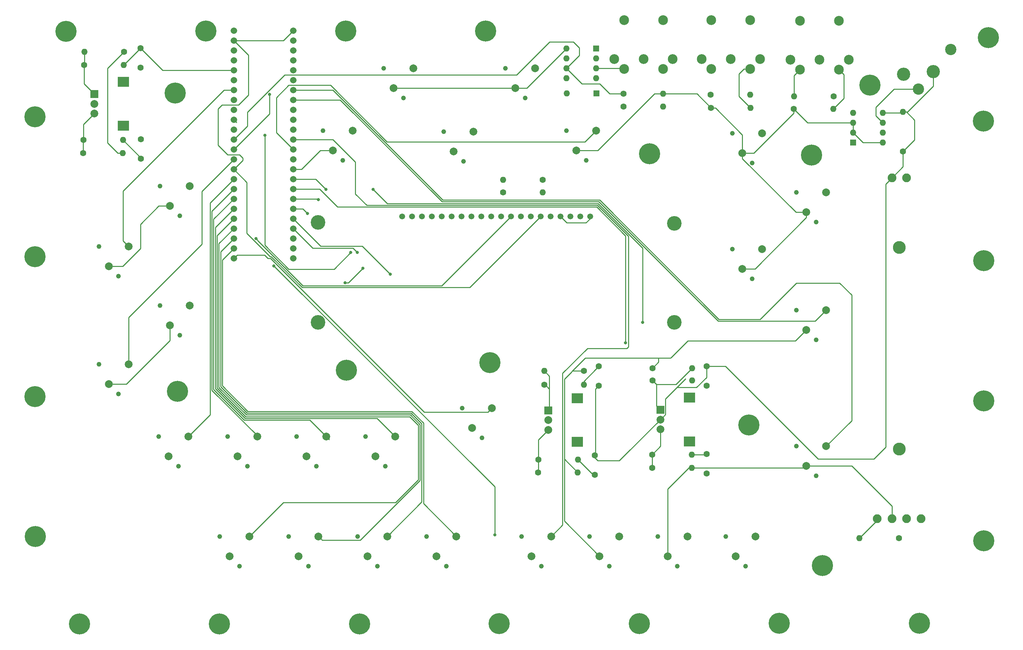
<source format=gtl>
%TF.GenerationSoftware,KiCad,Pcbnew,(5.1.9)-1*%
%TF.CreationDate,2021-06-28T23:03:33+02:00*%
%TF.ProjectId,PiccoloBlack2021_june9_v7avecMasse,50696363-6f6c-46f4-926c-61636b323032,rev?*%
%TF.SameCoordinates,Original*%
%TF.FileFunction,Copper,L1,Top*%
%TF.FilePolarity,Positive*%
%FSLAX46Y46*%
G04 Gerber Fmt 4.6, Leading zero omitted, Abs format (unit mm)*
G04 Created by KiCad (PCBNEW (5.1.9)-1) date 2021-06-28 23:03:33*
%MOMM*%
%LPD*%
G01*
G04 APERTURE LIST*
%TA.AperFunction,ComponentPad*%
%ADD10C,5.400000*%
%TD*%
%TA.AperFunction,ComponentPad*%
%ADD11C,3.400000*%
%TD*%
%TA.AperFunction,ComponentPad*%
%ADD12C,2.900000*%
%TD*%
%TA.AperFunction,ComponentPad*%
%ADD13C,3.750000*%
%TD*%
%TA.AperFunction,ComponentPad*%
%ADD14C,1.500000*%
%TD*%
%TA.AperFunction,ComponentPad*%
%ADD15C,1.219200*%
%TD*%
%TA.AperFunction,ComponentPad*%
%ADD16C,1.998980*%
%TD*%
%TA.AperFunction,WasherPad*%
%ADD17C,2.499360*%
%TD*%
%TA.AperFunction,ComponentPad*%
%ADD18C,2.499360*%
%TD*%
%TA.AperFunction,ComponentPad*%
%ADD19O,1.600000X1.600000*%
%TD*%
%TA.AperFunction,ComponentPad*%
%ADD20R,1.600000X1.600000*%
%TD*%
%TA.AperFunction,ComponentPad*%
%ADD21R,2.000000X2.000000*%
%TD*%
%TA.AperFunction,ComponentPad*%
%ADD22C,2.000000*%
%TD*%
%TA.AperFunction,ComponentPad*%
%ADD23R,3.000000X2.500000*%
%TD*%
%TA.AperFunction,ComponentPad*%
%ADD24C,2.250000*%
%TD*%
%TA.AperFunction,ComponentPad*%
%ADD25C,3.300000*%
%TD*%
%TA.AperFunction,ComponentPad*%
%ADD26C,1.600000*%
%TD*%
%TA.AperFunction,ComponentPad*%
%ADD27C,1.665000*%
%TD*%
%TA.AperFunction,ViaPad*%
%ADD28C,0.800000*%
%TD*%
%TA.AperFunction,Conductor*%
%ADD29C,0.250000*%
%TD*%
G04 APERTURE END LIST*
D10*
%TO.P,REF\u002A\u002A,1*%
%TO.N,N/C*%
X263042400Y-57912000D03*
%TD*%
D11*
%TO.P,DMX_connector1,1*%
%TO.N,GND*%
X279349200Y-54457600D03*
%TO.P,DMX_connector1,2*%
%TO.N,Net-(DMX_connector1-Pad2)*%
X271729200Y-55092600D03*
D12*
%TO.P,DMX_connector1,3*%
%TO.N,Net-(DMX_connector1-Pad3)*%
X275539200Y-58907600D03*
%TO.P,DMX_connector1,G*%
%TO.N,N/C*%
X283789200Y-48737600D03*
%TD*%
D10*
%TO.P,REF\u002A\u002A,1*%
%TO.N,N/C*%
X292303200Y-174802800D03*
%TD*%
%TO.P,REF\u002A\u002A,1*%
%TO.N,N/C*%
X292252400Y-138938000D03*
%TD*%
%TO.P,REF\u002A\u002A,1*%
%TO.N,N/C*%
X292201600Y-67106800D03*
%TD*%
%TO.P,REF\u002A\u002A,1*%
%TO.N,N/C*%
X292252400Y-102971600D03*
%TD*%
%TO.P,REF\u002A\u002A,1*%
%TO.N,N/C*%
X48869600Y-173736000D03*
%TD*%
%TO.P,REF\u002A\u002A,1*%
%TO.N,N/C*%
X48818800Y-137871200D03*
%TD*%
%TO.P,REF\u002A\u002A,1*%
%TO.N,N/C*%
X48768000Y-66040000D03*
%TD*%
%TO.P,REF\u002A\u002A,1*%
%TO.N,N/C*%
X48818800Y-101904800D03*
%TD*%
%TO.P,REF\u002A\u002A,1*%
%TO.N,N/C*%
X56743600Y-44094400D03*
%TD*%
%TO.P,REF\u002A\u002A,1*%
%TO.N,N/C*%
X92608400Y-44043600D03*
%TD*%
%TO.P,REF\u002A\u002A,1*%
%TO.N,N/C*%
X248107200Y-75844400D03*
%TD*%
%TO.P,REF\u002A\u002A,1*%
%TO.N,N/C*%
X164439600Y-43992800D03*
%TD*%
%TO.P,REF\u002A\u002A,1*%
%TO.N,N/C*%
X206502000Y-75539600D03*
%TD*%
%TO.P,REF\u002A\u002A,1*%
%TO.N,N/C*%
X128574800Y-44043600D03*
%TD*%
%TO.P,REF\u002A\u002A,1*%
%TO.N,N/C*%
X239776000Y-196037200D03*
%TD*%
%TO.P,REF\u002A\u002A,1*%
%TO.N,N/C*%
X275742400Y-196037200D03*
%TD*%
%TO.P,REF\u002A\u002A,1*%
%TO.N,N/C*%
X167944800Y-196088000D03*
%TD*%
%TO.P,REF\u002A\u002A,1*%
%TO.N,N/C*%
X203911200Y-196088000D03*
%TD*%
%TO.P,REF\u002A\u002A,1*%
%TO.N,N/C*%
X132080000Y-196138800D03*
%TD*%
%TO.P,REF\u002A\u002A,1*%
%TO.N,N/C*%
X293471600Y-45720000D03*
%TD*%
%TO.P,REF\u002A\u002A,1*%
%TO.N,N/C*%
X250850400Y-181152800D03*
%TD*%
%TO.P,REF\u002A\u002A,1*%
%TO.N,N/C*%
X96113600Y-196138800D03*
%TD*%
%TO.P,REF\u002A\u002A,1*%
%TO.N,N/C*%
X128676400Y-131064000D03*
%TD*%
%TO.P,REF\u002A\u002A,1*%
%TO.N,N/C*%
X60248800Y-196189600D03*
%TD*%
%TO.P,REF\u002A\u002A,1*%
%TO.N,N/C*%
X165557200Y-129133600D03*
%TD*%
%TO.P,REF\u002A\u002A,1*%
%TO.N,N/C*%
X232003600Y-145084800D03*
%TD*%
%TO.P,REF\u002A\u002A,1*%
%TO.N,N/C*%
X84734400Y-59944000D03*
%TD*%
%TO.P,REF\u002A\u002A,1*%
%TO.N,N/C*%
X85394800Y-136448800D03*
%TD*%
D13*
%TO.P,ECRAN_OLED4x20,MH4*%
%TO.N,Net-(ECRAN_OLED4x20-PadMH4)*%
X212832000Y-93414000D03*
%TO.P,ECRAN_OLED4x20,MH3*%
%TO.N,Net-(ECRAN_OLED4x20-PadMH3)*%
X212832000Y-118774000D03*
%TO.P,ECRAN_OLED4x20,MH2*%
%TO.N,Net-(ECRAN_OLED4x20-PadMH2)*%
X121432000Y-118774000D03*
%TO.P,ECRAN_OLED4x20,MH1*%
%TO.N,Net-(ECRAN_OLED4x20-PadMH1)*%
X121432000Y-93114000D03*
D14*
%TO.P,ECRAN_OLED4x20,20*%
%TO.N,Net-(ECRAN_OLED4x20-Pad1)*%
X143002000Y-91614000D03*
%TO.P,ECRAN_OLED4x20,19*%
X145542000Y-91614000D03*
%TO.P,ECRAN_OLED4x20,18*%
%TO.N,Net-(ALT1-Pad2)*%
X148082000Y-91614000D03*
%TO.P,ECRAN_OLED4x20,17*%
%TO.N,Net-(ECRAN_OLED4x20-Pad1)*%
X150622000Y-91614000D03*
%TO.P,ECRAN_OLED4x20,16*%
%TO.N,Net-(ALT1-Pad2)*%
X153162000Y-91614000D03*
%TO.P,ECRAN_OLED4x20,15*%
%TO.N,Net-(ECRAN_OLED4x20-Pad1)*%
X155702000Y-91614000D03*
%TO.P,ECRAN_OLED4x20,14*%
X158242000Y-91614000D03*
%TO.P,ECRAN_OLED4x20,13*%
X160782000Y-91614000D03*
%TO.P,ECRAN_OLED4x20,12*%
X163322000Y-91614000D03*
%TO.P,ECRAN_OLED4x20,11*%
X165862000Y-91614000D03*
%TO.P,ECRAN_OLED4x20,10*%
X168402000Y-91614000D03*
%TO.P,ECRAN_OLED4x20,9*%
%TO.N,Net-(ECRAN_OLED4x20-Pad8)*%
X170942000Y-91614000D03*
%TO.P,ECRAN_OLED4x20,8*%
X173482000Y-91614000D03*
%TO.P,ECRAN_OLED4x20,7*%
%TO.N,Net-(ECRAN_OLED4x20-Pad7)*%
X176022000Y-91614000D03*
%TO.P,ECRAN_OLED4x20,6*%
%TO.N,Net-(ECRAN_OLED4x20-Pad1)*%
X178562000Y-91614000D03*
%TO.P,ECRAN_OLED4x20,5*%
X181102000Y-91614000D03*
%TO.P,ECRAN_OLED4x20,4*%
X183642000Y-91614000D03*
%TO.P,ECRAN_OLED4x20,3*%
%TO.N,Net-(ALT1-Pad2)*%
X186182000Y-91614000D03*
%TO.P,ECRAN_OLED4x20,2*%
X188722000Y-91614000D03*
%TO.P,ECRAN_OLED4x20,1*%
%TO.N,Net-(ECRAN_OLED4x20-Pad1)*%
X191262000Y-91614000D03*
%TD*%
D15*
%TO.P,DEL1,*%
%TO.N,*%
X244233700Y-85394800D03*
X249293380Y-93014800D03*
D16*
%TO.P,DEL1,2*%
%TO.N,Net-(ALT1-Pad2)*%
X246773700Y-90474800D03*
%TO.P,DEL1,1*%
%TO.N,Net-(DEL1-Pad1)*%
X251853700Y-85394800D03*
%TD*%
D15*
%TO.P,UNDO1,*%
%TO.N,*%
X244233700Y-115633500D03*
X249293380Y-123253500D03*
D16*
%TO.P,UNDO1,2*%
%TO.N,Net-(ALT1-Pad2)*%
X246773700Y-120713500D03*
%TO.P,UNDO1,1*%
%TO.N,Net-(TEENSY1-Pad6)*%
X251853700Y-115633500D03*
%TD*%
D15*
%TO.P,TAP1,*%
%TO.N,*%
X227812600Y-99987100D03*
X232872280Y-107607100D03*
D16*
%TO.P,TAP1,2*%
%TO.N,Net-(ALT1-Pad2)*%
X230352600Y-105067100D03*
%TO.P,TAP1,1*%
%TO.N,Net-(TAP1-Pad1)*%
X235432600Y-99987100D03*
%TD*%
D15*
%TO.P,SHIFT1,*%
%TO.N,*%
X80860900Y-83845400D03*
X85920580Y-91465400D03*
D16*
%TO.P,SHIFT1,2*%
%TO.N,Net-(ALT1-Pad2)*%
X83400900Y-88925400D03*
%TO.P,SHIFT1,1*%
%TO.N,Net-(SHIFT1-Pad1)*%
X88480900Y-83845400D03*
%TD*%
D15*
%TO.P,SAVE1,*%
%TO.N,*%
X169545000Y-53594000D03*
X174604680Y-61214000D03*
D16*
%TO.P,SAVE1,2*%
%TO.N,Net-(ALT1-Pad2)*%
X172085000Y-58674000D03*
%TO.P,SAVE1,1*%
%TO.N,Net-(SAVE1-Pad1)*%
X177165000Y-53594000D03*
%TD*%
D15*
%TO.P,PAD8,*%
%TO.N,*%
X226064645Y-173697900D03*
X231124325Y-181317900D03*
D16*
%TO.P,PAD8,2*%
%TO.N,Net-(ALT1-Pad2)*%
X228604645Y-178777900D03*
%TO.P,PAD8,1*%
%TO.N,Net-(PAD8-Pad1)*%
X233684645Y-173697900D03*
%TD*%
D15*
%TO.P,PAD7,*%
%TO.N,*%
X208604830Y-173697900D03*
X213664510Y-181317900D03*
D16*
%TO.P,PAD7,2*%
%TO.N,Net-(ALT1-Pad2)*%
X211144830Y-178777900D03*
%TO.P,PAD7,1*%
%TO.N,Net-(PAD7-Pad1)*%
X216224830Y-173697900D03*
%TD*%
D15*
%TO.P,PAD6,*%
%TO.N,*%
X191145015Y-173697900D03*
X196204695Y-181317900D03*
D16*
%TO.P,PAD6,2*%
%TO.N,Net-(ALT1-Pad2)*%
X193685015Y-178777900D03*
%TO.P,PAD6,1*%
%TO.N,Net-(PAD6-Pad1)*%
X198765015Y-173697900D03*
%TD*%
D15*
%TO.P,PAD5,*%
%TO.N,*%
X173685200Y-173697900D03*
X178744880Y-181317900D03*
D16*
%TO.P,PAD5,2*%
%TO.N,Net-(ALT1-Pad2)*%
X176225200Y-178777900D03*
%TO.P,PAD5,1*%
%TO.N,Net-(PAD5-Pad1)*%
X181305200Y-173697900D03*
%TD*%
D15*
%TO.P,PAD4,*%
%TO.N,*%
X149301200Y-173697900D03*
X154360880Y-181317900D03*
D16*
%TO.P,PAD4,2*%
%TO.N,Net-(ALT1-Pad2)*%
X151841200Y-178777900D03*
%TO.P,PAD4,1*%
%TO.N,Net-(PAD4-Pad1)*%
X156921200Y-173697900D03*
%TD*%
D15*
%TO.P,PAD3,*%
%TO.N,*%
X131605866Y-173697900D03*
X136665546Y-181317900D03*
D16*
%TO.P,PAD3,2*%
%TO.N,Net-(ALT1-Pad2)*%
X134145866Y-178777900D03*
%TO.P,PAD3,1*%
%TO.N,Net-(PAD3-Pad1)*%
X139225866Y-173697900D03*
%TD*%
D15*
%TO.P,PAD2,*%
%TO.N,*%
X113910533Y-173697900D03*
X118970213Y-181317900D03*
D16*
%TO.P,PAD2,2*%
%TO.N,Net-(ALT1-Pad2)*%
X116450533Y-178777900D03*
%TO.P,PAD2,1*%
%TO.N,Net-(PAD2-Pad1)*%
X121530533Y-173697900D03*
%TD*%
D15*
%TO.P,PAD1,*%
%TO.N,*%
X96215200Y-173697900D03*
X101274880Y-181317900D03*
D16*
%TO.P,PAD1,2*%
%TO.N,Net-(ALT1-Pad2)*%
X98755200Y-178777900D03*
%TO.P,PAD1,1*%
%TO.N,Net-(PAD1-Pad1)*%
X103835200Y-173697900D03*
%TD*%
D15*
%TO.P,OK1,*%
%TO.N,*%
X244233700Y-150533100D03*
X249293380Y-158153100D03*
D16*
%TO.P,OK1,2*%
%TO.N,Net-(ALT1-Pad2)*%
X246773700Y-155613100D03*
%TO.P,OK1,1*%
%TO.N,Net-(OK1-Pad1)*%
X251853700Y-150533100D03*
%TD*%
D15*
%TO.P,MUTE1,*%
%TO.N,*%
X65176400Y-129540000D03*
X70236080Y-137160000D03*
D16*
%TO.P,MUTE1,2*%
%TO.N,Net-(ALT1-Pad2)*%
X67716400Y-134620000D03*
%TO.P,MUTE1,1*%
%TO.N,Net-(MUTE1-Pad1)*%
X72796400Y-129540000D03*
%TD*%
D17*
%TO.P,MIDI_OUT2,*%
%TO.N,*%
X245137940Y-41414700D03*
X255140460Y-41414700D03*
D18*
%TO.P,MIDI_OUT2,5*%
%TO.N,Net-(MIDI_OUT2-Pad5)*%
X245143020Y-53911500D03*
%TO.P,MIDI_OUT2,1*%
%TO.N,Net-(MIDI_OUT2-Pad1)*%
X257637280Y-51409600D03*
%TO.P,MIDI_OUT2,2*%
%TO.N,GND*%
X250139200Y-51412140D03*
%TO.P,MIDI_OUT2,4*%
%TO.N,Net-(MIDI_OUT2-Pad4)*%
X255135380Y-53911500D03*
%TO.P,MIDI_OUT2,3*%
%TO.N,Net-(MIDI_OUT2-Pad3)*%
X242641120Y-51409600D03*
%TD*%
D17*
%TO.P,MIDI_OUT1,*%
%TO.N,*%
X222379540Y-41262300D03*
X232382060Y-41262300D03*
D18*
%TO.P,MIDI_OUT1,5*%
%TO.N,Net-(MIDI_OUT1-Pad5)*%
X222384620Y-53759100D03*
%TO.P,MIDI_OUT1,1*%
%TO.N,Net-(MIDI_OUT1-Pad1)*%
X234878880Y-51257200D03*
%TO.P,MIDI_OUT1,2*%
%TO.N,GND*%
X227380800Y-51259740D03*
%TO.P,MIDI_OUT1,4*%
%TO.N,Net-(MIDI_OUT1-Pad4)*%
X232376980Y-53759100D03*
%TO.P,MIDI_OUT1,3*%
%TO.N,Net-(MIDI_OUT1-Pad3)*%
X219882720Y-51257200D03*
%TD*%
D17*
%TO.P,MIDI_IN1,*%
%TO.N,*%
X199976740Y-41262300D03*
X209979260Y-41262300D03*
D18*
%TO.P,MIDI_IN1,5*%
%TO.N,Net-(D1-Pad2)*%
X199981820Y-53759100D03*
%TO.P,MIDI_IN1,1*%
%TO.N,Net-(MIDI_IN1-Pad1)*%
X212476080Y-51257200D03*
%TO.P,MIDI_IN1,2*%
%TO.N,Net-(MIDI_IN1-Pad2)*%
X204978000Y-51259740D03*
%TO.P,MIDI_IN1,4*%
%TO.N,Net-(MIDI_IN1-Pad4)*%
X209974180Y-53759100D03*
%TO.P,MIDI_IN1,3*%
%TO.N,Net-(MIDI_IN1-Pad3)*%
X197479920Y-51257200D03*
%TD*%
D15*
%TO.P,MEMORY1,*%
%TO.N,*%
X122682000Y-69596000D03*
X127741680Y-77216000D03*
D16*
%TO.P,MEMORY1,2*%
%TO.N,Net-(ALT1-Pad2)*%
X125222000Y-74676000D03*
%TO.P,MEMORY1,1*%
%TO.N,Net-(MEMORY1-Pad1)*%
X130302000Y-69596000D03*
%TD*%
D15*
%TO.P,LAYER4,*%
%TO.N,*%
X133604000Y-148082000D03*
X138663680Y-155702000D03*
D16*
%TO.P,LAYER4,2*%
%TO.N,Net-(ALT1-Pad2)*%
X136144000Y-153162000D03*
%TO.P,LAYER4,1*%
%TO.N,Net-(LAYER4-Pad1)*%
X141224000Y-148082000D03*
%TD*%
D15*
%TO.P,LAYER3,*%
%TO.N,*%
X115908666Y-148082000D03*
X120968346Y-155702000D03*
D16*
%TO.P,LAYER3,2*%
%TO.N,Net-(ALT1-Pad2)*%
X118448666Y-153162000D03*
%TO.P,LAYER3,1*%
%TO.N,Net-(LAYER3-Pad1)*%
X123528666Y-148082000D03*
%TD*%
D15*
%TO.P,LAYER2,*%
%TO.N,*%
X98213333Y-148082000D03*
X103273013Y-155702000D03*
D16*
%TO.P,LAYER2,2*%
%TO.N,Net-(ALT1-Pad2)*%
X100753333Y-153162000D03*
%TO.P,LAYER2,1*%
%TO.N,Net-(LAYER2-Pad1)*%
X105833333Y-148082000D03*
%TD*%
D15*
%TO.P,LAYER1,*%
%TO.N,*%
X80518000Y-148082000D03*
X85577680Y-155702000D03*
D16*
%TO.P,LAYER1,2*%
%TO.N,Net-(ALT1-Pad2)*%
X83058000Y-153162000D03*
%TO.P,LAYER1,1*%
%TO.N,Net-(LAYER1-Pad1)*%
X88138000Y-148082000D03*
%TD*%
D15*
%TO.P,KARAKT1,*%
%TO.N,*%
X138303000Y-53594000D03*
X143362680Y-61214000D03*
D16*
%TO.P,KARAKT1,2*%
%TO.N,Net-(ALT1-Pad2)*%
X140843000Y-58674000D03*
%TO.P,KARAKT1,1*%
%TO.N,Net-(KARAKT1-Pad1)*%
X145923000Y-53594000D03*
%TD*%
D15*
%TO.P,JUMP1,*%
%TO.N,*%
X158445200Y-140779500D03*
X163504880Y-148399500D03*
D16*
%TO.P,JUMP1,2*%
%TO.N,Net-(ALT1-Pad2)*%
X160985200Y-145859500D03*
%TO.P,JUMP1,1*%
%TO.N,Net-(JUMP1-Pad1)*%
X166065200Y-140779500D03*
%TD*%
D19*
%TO.P,J1,8*%
%TO.N,Net-(ALT1-Pad2)*%
X185166000Y-48514000D03*
%TO.P,J1,4*%
%TO.N,Net-(J1-Pad4)*%
X192786000Y-56134000D03*
%TO.P,J1,7*%
%TO.N,Net-(J1-Pad7)*%
X185166000Y-51054000D03*
%TO.P,J1,3*%
%TO.N,Net-(D1-Pad2)*%
X192786000Y-53594000D03*
%TO.P,J1,6*%
%TO.N,Net-(J1-Pad6)*%
X185166000Y-53594000D03*
%TO.P,J1,2*%
%TO.N,Net-(D1-Pad1)*%
X192786000Y-51054000D03*
%TO.P,J1,5*%
%TO.N,GND*%
X185166000Y-56134000D03*
D20*
%TO.P,J1,1*%
%TO.N,Net-(J1-Pad1)*%
X192786000Y-48514000D03*
%TD*%
D19*
%TO.P,D1,2*%
%TO.N,Net-(D1-Pad2)*%
X185267600Y-60045600D03*
D20*
%TO.P,D1,1*%
%TO.N,Net-(D1-Pad1)*%
X192887600Y-60045600D03*
%TD*%
D15*
%TO.P,CTRL1,*%
%TO.N,*%
X80860900Y-114477800D03*
X85920580Y-122097800D03*
D16*
%TO.P,CTRL1,2*%
%TO.N,Net-(ALT1-Pad2)*%
X83400900Y-119557800D03*
%TO.P,CTRL1,1*%
%TO.N,Net-(CTRL1-Pad1)*%
X88480900Y-114477800D03*
%TD*%
D15*
%TO.P,ALT1,*%
%TO.N,*%
X65176400Y-99314000D03*
X70236080Y-106934000D03*
D16*
%TO.P,ALT1,2*%
%TO.N,Net-(ALT1-Pad2)*%
X67716400Y-104394000D03*
%TO.P,ALT1,1*%
%TO.N,Net-(ALT1-Pad1)*%
X72796400Y-99314000D03*
%TD*%
D21*
%TO.P,ROT_LEFT1,A*%
%TO.N,Net-(RLeft1-Pad1)*%
X180517800Y-141363700D03*
D22*
%TO.P,ROT_LEFT1,C*%
%TO.N,GND*%
X180517800Y-143863700D03*
%TO.P,ROT_LEFT1,B*%
%TO.N,Net-(RLeft2-Pad1)*%
X180517800Y-146363700D03*
D23*
%TO.P,ROT_LEFT1,MP*%
%TO.N,N/C*%
X188017800Y-138263700D03*
X188017800Y-149463700D03*
%TD*%
%TO.P,ROT_RIGHT1,MP*%
%TO.N,N/C*%
X216796000Y-149324000D03*
X216796000Y-138124000D03*
D22*
%TO.P,ROT_RIGHT1,B*%
%TO.N,Net-(ROT_RIGHT1-PadB)*%
X209296000Y-146224000D03*
%TO.P,ROT_RIGHT1,C*%
%TO.N,GND*%
X209296000Y-143724000D03*
D21*
%TO.P,ROT_RIGHT1,A*%
%TO.N,Net-(ROT_RIGHT1-PadA)*%
X209296000Y-141224000D03*
%TD*%
D23*
%TO.P,ROT_TOP1,MP*%
%TO.N,N/C*%
X71508000Y-68298000D03*
X71508000Y-57098000D03*
D22*
%TO.P,ROT_TOP1,B*%
%TO.N,Net-(ROT_TOP1-PadB)*%
X64008000Y-65198000D03*
%TO.P,ROT_TOP1,C*%
%TO.N,GND*%
X64008000Y-62698000D03*
D21*
%TO.P,ROT_TOP1,A*%
%TO.N,Net-(ROT_TOP1-PadA)*%
X64008000Y-60198000D03*
%TD*%
D24*
%TO.P,Slide_Potentiometer1,1*%
%TO.N,Net-(ALT1-Pad2)*%
X268732000Y-169164000D03*
%TO.P,Slide_Potentiometer1,2*%
%TO.N,Net-(Slide_Potentiometer1-Pad2)*%
X272482000Y-169164000D03*
%TO.P,Slide_Potentiometer1,3*%
%TO.N,Net-(RSlide1-Pad2)*%
X264982000Y-169164000D03*
%TO.P,Slide_Potentiometer1,4*%
%TO.N,Net-(Slide_Potentiometer1-Pad4)*%
X276232000Y-169164000D03*
%TO.P,Slide_Potentiometer1,5*%
%TO.N,GND*%
X268732000Y-81664000D03*
%TO.P,Slide_Potentiometer1,6*%
%TO.N,Net-(Slide_Potentiometer1-Pad6)*%
X272482000Y-81664000D03*
D25*
%TO.P,Slide_Potentiometer1,MH1*%
%TO.N,Net-(Slide_Potentiometer1-PadMH1)*%
X270607000Y-99564000D03*
%TO.P,Slide_Potentiometer1,MH2*%
%TO.N,Net-(Slide_Potentiometer1-PadMH2)*%
X270607000Y-151264000D03*
%TD*%
D20*
%TO.P,U1,1*%
%TO.N,Net-(TEENSY1-Pad28)*%
X258724400Y-72644000D03*
D19*
%TO.P,U1,5*%
%TO.N,GND*%
X266344400Y-65024000D03*
%TO.P,U1,2*%
%TO.N,Net-(ALT1-Pad2)*%
X258724400Y-70104000D03*
%TO.P,U1,6*%
%TO.N,Net-(DMX_connector1-Pad3)*%
X266344400Y-67564000D03*
%TO.P,U1,3*%
%TO.N,Net-(ALT1-Pad2)*%
X258724400Y-67564000D03*
%TO.P,U1,7*%
%TO.N,Net-(DMX_connector1-Pad2)*%
X266344400Y-70104000D03*
%TO.P,U1,4*%
%TO.N,Net-(TEENSY1-Pad29)*%
X258724400Y-65024000D03*
%TO.P,U1,8*%
%TO.N,Net-(ALT1-Pad2)*%
X266344400Y-72644000D03*
%TD*%
D16*
%TO.P,DUP1,1*%
%TO.N,Net-(DUP1-Pad1)*%
X235432600Y-70269100D03*
%TO.P,DUP1,2*%
%TO.N,Net-(ALT1-Pad2)*%
X230352600Y-75349100D03*
D15*
%TO.P,DUP1,*%
%TO.N,*%
X232872280Y-77889100D03*
X227812600Y-70269100D03*
%TD*%
%TO.P,DUP2,*%
%TO.N,*%
X185166000Y-69596000D03*
X190225680Y-77216000D03*
D16*
%TO.P,DUP2,2*%
%TO.N,Net-(ALT1-Pad2)*%
X187706000Y-74676000D03*
%TO.P,DUP2,1*%
%TO.N,Net-(DUP2-Pad1)*%
X192786000Y-69596000D03*
%TD*%
%TO.P,LOAD1,1*%
%TO.N,Net-(LOAD1-Pad1)*%
X161340800Y-69850000D03*
%TO.P,LOAD1,2*%
%TO.N,Net-(ALT1-Pad2)*%
X156260800Y-74930000D03*
D15*
%TO.P,LOAD1,*%
%TO.N,*%
X158780480Y-77470000D03*
X153720800Y-69850000D03*
%TD*%
D19*
%TO.P,RLeft1,2*%
%TO.N,Net-(CLeft1-Pad2)*%
X189636400Y-134823200D03*
D26*
%TO.P,RLeft1,1*%
%TO.N,Net-(RLeft1-Pad1)*%
X179476400Y-134823200D03*
%TD*%
D19*
%TO.P,RLeft2,2*%
%TO.N,Net-(CLeft2-Pad2)*%
X188112400Y-153974800D03*
D26*
%TO.P,RLeft2,1*%
%TO.N,Net-(RLeft2-Pad1)*%
X177952400Y-153974800D03*
%TD*%
D19*
%TO.P,RLeft3,2*%
%TO.N,Net-(RLeft1-Pad1)*%
X179476400Y-131267200D03*
D26*
%TO.P,RLeft3,1*%
%TO.N,Net-(ALT1-Pad2)*%
X189636400Y-131267200D03*
%TD*%
%TO.P,RLeft4,1*%
%TO.N,Net-(RLeft2-Pad1)*%
X177901600Y-157276800D03*
D19*
%TO.P,RLeft4,2*%
%TO.N,Net-(ALT1-Pad2)*%
X188061600Y-157276800D03*
%TD*%
%TO.P,RMidiIn1,2*%
%TO.N,Net-(MIDI_IN1-Pad4)*%
X210007200Y-63398400D03*
D26*
%TO.P,RMidiIn1,1*%
%TO.N,Net-(D1-Pad1)*%
X199847200Y-63398400D03*
%TD*%
%TO.P,RMIdiIn270,1*%
%TO.N,Net-(J1-Pad6)*%
X199847200Y-60147200D03*
D19*
%TO.P,RMIdiIn270,2*%
%TO.N,Net-(ALT1-Pad2)*%
X210007200Y-60147200D03*
%TD*%
D26*
%TO.P,RMidiOut3,1*%
%TO.N,Net-(ALT1-Pad2)*%
X243484400Y-64008000D03*
D19*
%TO.P,RMidiOut3,2*%
%TO.N,Net-(MIDI_OUT2-Pad4)*%
X253644400Y-64008000D03*
%TD*%
%TO.P,RMidiOut4,2*%
%TO.N,Net-(MIDI_OUT2-Pad5)*%
X243636800Y-60756800D03*
D26*
%TO.P,RMidiOut4,1*%
%TO.N,Net-(RMidiOut4-Pad1)*%
X253796800Y-60756800D03*
%TD*%
D19*
%TO.P,ROled1,2*%
%TO.N,Net-(ECRAN_OLED4x20-Pad7)*%
X168910000Y-82194400D03*
D26*
%TO.P,ROled1,1*%
%TO.N,Net-(ALT1-Pad2)*%
X179070000Y-82194400D03*
%TD*%
%TO.P,ROled2,1*%
%TO.N,Net-(ECRAN_OLED4x20-Pad8)*%
X168910000Y-85394800D03*
D19*
%TO.P,ROled2,2*%
%TO.N,Net-(ALT1-Pad2)*%
X179070000Y-85394800D03*
%TD*%
%TO.P,RRotRight1,2*%
%TO.N,Net-(CRight1-Pad2)*%
X217474800Y-133705600D03*
D26*
%TO.P,RRotRight1,1*%
%TO.N,Net-(ROT_RIGHT1-PadA)*%
X207314800Y-133705600D03*
%TD*%
%TO.P,RRotRight2,1*%
%TO.N,Net-(ROT_RIGHT1-PadB)*%
X207162400Y-152704800D03*
D19*
%TO.P,RRotRight2,2*%
%TO.N,Net-(CRight2-Pad2)*%
X217322400Y-152704800D03*
%TD*%
%TO.P,RRotRight3,2*%
%TO.N,Net-(ROT_RIGHT1-PadA)*%
X217424000Y-130556000D03*
D26*
%TO.P,RRotRight3,1*%
%TO.N,Net-(ALT1-Pad2)*%
X207264000Y-130556000D03*
%TD*%
%TO.P,RRotRight4,1*%
%TO.N,Net-(ROT_RIGHT1-PadB)*%
X207213200Y-156146500D03*
D19*
%TO.P,RRotRight4,2*%
%TO.N,Net-(ALT1-Pad2)*%
X217373200Y-156146500D03*
%TD*%
%TO.P,RSlide1,2*%
%TO.N,Net-(RSlide1-Pad2)*%
X260350000Y-174180500D03*
D26*
%TO.P,RSlide1,1*%
%TO.N,Net-(ALT1-Pad2)*%
X270510000Y-174180500D03*
%TD*%
%TO.P,RTop1,1*%
%TO.N,Net-(ROT_TOP1-PadA)*%
X61417200Y-52717700D03*
D19*
%TO.P,RTop1,2*%
%TO.N,Net-(CTop1-Pad2)*%
X71577200Y-52717700D03*
%TD*%
D26*
%TO.P,RTop2,1*%
%TO.N,Net-(ROT_TOP1-PadB)*%
X61214000Y-71983600D03*
D19*
%TO.P,RTop2,2*%
%TO.N,Net-(CTop2-Pad2)*%
X71374000Y-71983600D03*
%TD*%
D26*
%TO.P,RTop3,1*%
%TO.N,Net-(ALT1-Pad2)*%
X71628000Y-49377600D03*
D19*
%TO.P,RTop3,2*%
%TO.N,Net-(ROT_TOP1-PadA)*%
X61468000Y-49377600D03*
%TD*%
%TO.P,RTop4,2*%
%TO.N,Net-(ALT1-Pad2)*%
X71323200Y-75336400D03*
D26*
%TO.P,RTop4,1*%
%TO.N,Net-(ROT_TOP1-PadB)*%
X61163200Y-75336400D03*
%TD*%
D27*
%TO.P,TEENSY1,1*%
%TO.N,Net-(LOAD1-Pad1)*%
X115062000Y-49022000D03*
%TO.P,TEENSY1,2*%
%TO.N,Net-(KARAKT1-Pad1)*%
X115062000Y-51562000D03*
%TO.P,TEENSY1,3*%
%TO.N,Net-(MEMORY1-Pad1)*%
X115062000Y-54102000D03*
%TO.P,TEENSY1,4*%
%TO.N,Net-(TAP1-Pad1)*%
X115062000Y-56642000D03*
%TO.P,TEENSY1,5*%
%TO.N,Net-(OK1-Pad1)*%
X115062000Y-59182000D03*
%TO.P,TEENSY1,6*%
%TO.N,Net-(TEENSY1-Pad6)*%
X115062000Y-61722000D03*
%TO.P,TEENSY1,7*%
%TO.N,Net-(PAD8-Pad1)*%
X115062000Y-64262000D03*
%TO.P,TEENSY1,8*%
%TO.N,Net-(PAD7-Pad1)*%
X115062000Y-66802000D03*
%TO.P,TEENSY1,9*%
%TO.N,Net-(PAD6-Pad1)*%
X115062000Y-69342000D03*
%TO.P,TEENSY1,10*%
%TO.N,Net-(PAD5-Pad1)*%
X115062000Y-71882000D03*
%TO.P,TEENSY1,11*%
%TO.N,Net-(DUP2-Pad1)*%
X115062000Y-74422000D03*
%TO.P,TEENSY1,12*%
%TO.N,Net-(DUP1-Pad1)*%
X115062000Y-76962000D03*
%TO.P,TEENSY1,13*%
%TO.N,Net-(MUTE1-Pad1)*%
X99822000Y-76962000D03*
%TO.P,TEENSY1,14*%
%TO.N,Net-(RMidiOut2-Pad1)*%
X99822000Y-74422000D03*
%TO.P,TEENSY1,15*%
%TO.N,Net-(J1-Pad6)*%
X99822000Y-71882000D03*
%TO.P,TEENSY1,16*%
%TO.N,Net-(CTRL1-Pad1)*%
X99822000Y-69342000D03*
%TO.P,TEENSY1,17*%
%TO.N,Net-(RMidiOut4-Pad1)*%
X99822000Y-66802000D03*
%TO.P,TEENSY1,18*%
%TO.N,Net-(ECRAN_OLED4x20-Pad8)*%
X99822000Y-64262000D03*
%TO.P,TEENSY1,19*%
%TO.N,Net-(ECRAN_OLED4x20-Pad7)*%
X99822000Y-61722000D03*
%TO.P,TEENSY1,20*%
%TO.N,Net-(ALT1-Pad1)*%
X99822000Y-59182000D03*
%TO.P,TEENSY1,21*%
%TO.N,Net-(RSlide1-Pad2)*%
X99822000Y-56642000D03*
%TO.P,TEENSY1,22*%
%TO.N,Net-(CTop1-Pad2)*%
X99822000Y-54102000D03*
%TO.P,TEENSY1,23*%
%TO.N,Net-(CTop2-Pad2)*%
X99822000Y-51562000D03*
%TO.P,TEENSY1,24*%
%TO.N,Net-(CRight1-Pad2)*%
X115062000Y-82042000D03*
%TO.P,TEENSY1,25*%
%TO.N,Net-(CRight2-Pad2)*%
X115062000Y-84582000D03*
%TO.P,TEENSY1,26*%
%TO.N,Net-(CLeft1-Pad2)*%
X115062000Y-87122000D03*
%TO.P,TEENSY1,27*%
%TO.N,Net-(CLeft2-Pad2)*%
X115062000Y-89662000D03*
%TO.P,TEENSY1,28*%
%TO.N,Net-(TEENSY1-Pad28)*%
X115062000Y-92202000D03*
%TO.P,TEENSY1,29*%
%TO.N,Net-(TEENSY1-Pad29)*%
X115062000Y-94742000D03*
%TO.P,TEENSY1,30*%
%TO.N,Net-(DEL1-Pad1)*%
X115062000Y-97282000D03*
%TO.P,TEENSY1,31*%
%TO.N,Net-(TEENSY1-Pad31)*%
X115062000Y-99822000D03*
%TO.P,TEENSY1,32*%
%TO.N,Net-(SHIFT1-Pad1)*%
X115062000Y-102362000D03*
%TO.P,TEENSY1,33*%
%TO.N,Net-(JUMP1-Pad1)*%
X99822000Y-102362000D03*
%TO.P,TEENSY1,34*%
%TO.N,Net-(PAD4-Pad1)*%
X99822000Y-99822000D03*
%TO.P,TEENSY1,35*%
%TO.N,Net-(PAD3-Pad1)*%
X99822000Y-97282000D03*
%TO.P,TEENSY1,36*%
%TO.N,Net-(PAD2-Pad1)*%
X99822000Y-94742000D03*
%TO.P,TEENSY1,37*%
%TO.N,Net-(PAD1-Pad1)*%
X99822000Y-92202000D03*
%TO.P,TEENSY1,38*%
%TO.N,Net-(LAYER4-Pad1)*%
X99822000Y-89662000D03*
%TO.P,TEENSY1,39*%
%TO.N,Net-(LAYER3-Pad1)*%
X99822000Y-87122000D03*
%TO.P,TEENSY1,40*%
%TO.N,Net-(LAYER2-Pad1)*%
X99822000Y-84582000D03*
%TO.P,TEENSY1,41*%
%TO.N,Net-(LAYER1-Pad1)*%
X99822000Y-82042000D03*
%TO.P,TEENSY1,42*%
%TO.N,Net-(ALT1-Pad2)*%
X115062000Y-79502000D03*
%TO.P,TEENSY1,53*%
%TO.N,Net-(TEENSY1-Pad53)*%
X99822000Y-49022000D03*
%TO.P,TEENSY1,55*%
%TO.N,Net-(TEENSY1-Pad55)*%
X99822000Y-43942000D03*
%TO.P,TEENSY1,57*%
%TO.N,Net-(SAVE1-Pad1)*%
X115062000Y-46482000D03*
%TO.P,TEENSY1,G1*%
%TO.N,Net-(ECRAN_OLED4x20-Pad1)*%
X99822000Y-79502000D03*
%TO.P,TEENSY1,G2*%
X99822000Y-46482000D03*
%TO.P,TEENSY1,G3*%
X115062000Y-43942000D03*
%TD*%
D26*
%TO.P,CLeft1,1*%
%TO.N,GND*%
X193497200Y-135026400D03*
%TO.P,CLeft1,2*%
%TO.N,Net-(CLeft1-Pad2)*%
X193497200Y-130026400D03*
%TD*%
%TO.P,CLeft2,2*%
%TO.N,Net-(CLeft2-Pad2)*%
X192481200Y-157908000D03*
%TO.P,CLeft2,1*%
%TO.N,GND*%
X192481200Y-152908000D03*
%TD*%
%TO.P,CRight1,1*%
%TO.N,GND*%
X221183200Y-130048000D03*
%TO.P,CRight1,2*%
%TO.N,Net-(CRight1-Pad2)*%
X221183200Y-135048000D03*
%TD*%
%TO.P,CRight2,2*%
%TO.N,Net-(CRight2-Pad2)*%
X221132400Y-152581600D03*
%TO.P,CRight2,1*%
%TO.N,GND*%
X221132400Y-157581600D03*
%TD*%
%TO.P,CTop1,2*%
%TO.N,Net-(CTop1-Pad2)*%
X75895200Y-48441600D03*
%TO.P,CTop1,1*%
%TO.N,GND*%
X75895200Y-53441600D03*
%TD*%
%TO.P,CTop2,1*%
%TO.N,GND*%
X75996800Y-71780400D03*
%TO.P,CTop2,2*%
%TO.N,Net-(CTop2-Pad2)*%
X75996800Y-76780400D03*
%TD*%
%TO.P,RMax1=10,1*%
%TO.N,GND*%
X271576800Y-74930000D03*
D19*
%TO.P,RMax1=10,2*%
X271576800Y-64770000D03*
%TD*%
D26*
%TO.P,RMidiOut1=220,1*%
%TO.N,Net-(ALT1-Pad2)*%
X222300800Y-63754000D03*
D19*
%TO.P,RMidiOut1=220,2*%
%TO.N,Net-(MIDI_OUT1-Pad4)*%
X232460800Y-63754000D03*
%TD*%
D26*
%TO.P,RMidiOut2,1*%
%TO.N,Net-(RMidiOut2-Pad1)*%
X222199200Y-60350400D03*
D19*
%TO.P,RMidiOut2,2*%
%TO.N,Net-(MIDI_OUT1-Pad5)*%
X232359200Y-60350400D03*
%TD*%
D28*
%TO.N,Net-(ECRAN_OLED4x20-Pad8)*%
X105540248Y-97304152D03*
%TO.N,Net-(ECRAN_OLED4x20-Pad7)*%
X107797600Y-70777100D03*
X129832100Y-100876100D03*
%TO.N,Net-(TEENSY1-Pad28)*%
X139962159Y-106439812D03*
%TO.N,Net-(TEENSY1-Pad29)*%
X131508500Y-100799900D03*
%TO.N,Net-(CLeft1-Pad2)*%
X121524609Y-87314189D03*
%TO.N,Net-(CLeft2-Pad2)*%
X118726221Y-90865189D03*
%TO.N,Net-(CRight1-Pad2)*%
X204774800Y-118770400D03*
X135534402Y-84632800D03*
X123444000Y-84683600D03*
%TO.N,Net-(CRight2-Pad2)*%
X200355200Y-124053600D03*
%TO.N,Net-(RMidiOut2-Pad1)*%
X108966000Y-60248800D03*
%TO.N,Net-(DUP1-Pad1)*%
X132930900Y-104915810D03*
X128378682Y-108615876D03*
%TO.N,Net-(RSlide1-Pad2)*%
X110114925Y-104311875D03*
X166776400Y-173278800D03*
%TD*%
D29*
%TO.N,Net-(ALT1-Pad2)*%
X67716400Y-104394000D02*
X71297800Y-104394000D01*
X71297800Y-104394000D02*
X75869800Y-99822000D01*
X75869800Y-99822000D02*
X75869800Y-93637100D01*
X80581500Y-88925400D02*
X83400900Y-88925400D01*
X75869800Y-93637100D02*
X80581500Y-88925400D01*
X211144830Y-161549370D02*
X211144830Y-178777900D01*
X123808508Y-74676000D02*
X125222000Y-74676000D01*
X122034300Y-74676000D02*
X123808508Y-74676000D01*
X117208300Y-79502000D02*
X122034300Y-74676000D01*
X115062000Y-79502000D02*
X117208300Y-79502000D01*
X83400900Y-123456700D02*
X83400900Y-119557800D01*
X72237600Y-134620000D02*
X83400900Y-123456700D01*
X67716400Y-134620000D02*
X72237600Y-134620000D01*
X193685015Y-178777900D02*
X184650811Y-169743696D01*
X184650811Y-169743696D02*
X184650811Y-164903989D01*
X268732000Y-169164000D02*
X268732000Y-165912800D01*
X258432300Y-155613100D02*
X246773700Y-155613100D01*
X268732000Y-165912800D02*
X258432300Y-155613100D01*
X216598500Y-156095700D02*
X213271100Y-159423100D01*
X213271100Y-159423100D02*
X211144830Y-161549370D01*
X184650811Y-133357189D02*
X186537600Y-131470400D01*
X186893200Y-131267200D02*
X186817000Y-131191000D01*
X189636400Y-131267200D02*
X186893200Y-131267200D01*
X186569350Y-131438650D02*
X186817000Y-131191000D01*
X243941600Y-123545600D02*
X246773700Y-120713500D01*
X216306400Y-123545600D02*
X217220800Y-123545600D01*
X217220800Y-123545600D02*
X243941600Y-123545600D01*
X217131900Y-123545600D02*
X217220800Y-123545600D01*
X211886800Y-127965200D02*
X212039200Y-127812800D01*
X186817000Y-131191000D02*
X190042800Y-127965200D01*
X212039200Y-127812800D02*
X216306400Y-123545600D01*
X261264400Y-72644000D02*
X258724400Y-70104000D01*
X266344400Y-72644000D02*
X261264400Y-72644000D01*
X258724400Y-70104000D02*
X258724400Y-67564000D01*
X247040400Y-67564000D02*
X243484400Y-64008000D01*
X258724400Y-67564000D02*
X247040400Y-67564000D01*
X210007200Y-60147200D02*
X207772000Y-60147200D01*
X193243200Y-74676000D02*
X187706000Y-74676000D01*
X207772000Y-60147200D02*
X193243200Y-74676000D01*
X208838800Y-128981200D02*
X208838800Y-127965200D01*
X207264000Y-130556000D02*
X208838800Y-128981200D01*
X208838800Y-127965200D02*
X211886800Y-127965200D01*
X190042800Y-127965200D02*
X208838800Y-127965200D01*
X246240300Y-156146500D02*
X246773700Y-155613100D01*
X217373200Y-156146500D02*
X246240300Y-156146500D01*
X184650811Y-153866011D02*
X188061600Y-157276800D01*
X184650811Y-153829589D02*
X184650811Y-153866011D01*
X184650811Y-164903989D02*
X184650811Y-153829589D01*
X184650811Y-153829589D02*
X184650811Y-133357189D01*
X67424300Y-53581300D02*
X67424300Y-54317900D01*
X71628000Y-49377600D02*
X67424300Y-53581300D01*
X67424300Y-54317900D02*
X67424300Y-53987700D01*
X67424300Y-72047100D02*
X67424300Y-54317900D01*
X71323200Y-75336400D02*
X70053200Y-75336400D01*
X67424300Y-72707500D02*
X67424300Y-72047100D01*
X70053200Y-75336400D02*
X67424300Y-72707500D01*
X175006000Y-58674000D02*
X185166000Y-48514000D01*
X172085000Y-58674000D02*
X175006000Y-58674000D01*
X218694000Y-60147200D02*
X222300800Y-63754000D01*
X210007200Y-60147200D02*
X218694000Y-60147200D01*
X230352600Y-70674430D02*
X230352600Y-75349100D01*
X223432170Y-63754000D02*
X230352600Y-70674430D01*
X222300800Y-63754000D02*
X223432170Y-63754000D01*
X246773700Y-91888292D02*
X246773700Y-90474800D01*
X233594892Y-105067100D02*
X246773700Y-91888292D01*
X230352600Y-105067100D02*
X233594892Y-105067100D01*
X230352600Y-76752630D02*
X230352600Y-75349100D01*
X244074770Y-90474800D02*
X230352600Y-76752630D01*
X246773700Y-90474800D02*
X244074770Y-90474800D01*
X243484400Y-65139370D02*
X243484400Y-64008000D01*
X233274670Y-75349100D02*
X243484400Y-65139370D01*
X230352600Y-75349100D02*
X233274670Y-75349100D01*
X140843000Y-58674000D02*
X172085000Y-58674000D01*
%TO.N,Net-(ALT1-Pad1)*%
X72796400Y-99314000D02*
X72415400Y-98933000D01*
X97307400Y-59182000D02*
X99822000Y-59182000D01*
X71374000Y-85115400D02*
X97307400Y-59182000D01*
X71374000Y-97891600D02*
X71374000Y-85115400D01*
X72796400Y-99314000D02*
X71374000Y-97891600D01*
%TO.N,Net-(CTRL1-Pad1)*%
X88480900Y-114795300D02*
X88480900Y-114477800D01*
%TO.N,Net-(D1-Pad2)*%
X199816720Y-53594000D02*
X199981820Y-53759100D01*
X192786000Y-53594000D02*
X199816720Y-53594000D01*
%TO.N,Net-(ECRAN_OLED4x20-Pad1)*%
X183642000Y-91614000D02*
X185267600Y-93239600D01*
X185267600Y-93239600D02*
X190216800Y-93239600D01*
X191262000Y-92194400D02*
X191262000Y-91614000D01*
X190216800Y-93239600D02*
X191262000Y-92194400D01*
X112522000Y-46482000D02*
X115062000Y-43942000D01*
X99822000Y-46482000D02*
X112522000Y-46482000D01*
X102108000Y-77216000D02*
X99822000Y-79502000D01*
X102108000Y-76657200D02*
X102108000Y-77216000D01*
X101255299Y-75804499D02*
X102108000Y-76657200D01*
X98207299Y-75804499D02*
X101255299Y-75804499D01*
X95758000Y-73355200D02*
X98207299Y-75804499D01*
X95758000Y-64008000D02*
X95758000Y-73355200D01*
X96774000Y-62992000D02*
X95758000Y-64008000D01*
X103581200Y-60452000D02*
X101041200Y-62992000D01*
X101041200Y-62992000D02*
X96774000Y-62992000D01*
X103581200Y-50241200D02*
X103581200Y-60452000D01*
X99822000Y-46482000D02*
X103581200Y-50241200D01*
X103174800Y-82854800D02*
X99822000Y-79502000D01*
X117335453Y-109822988D02*
X109424454Y-101911989D01*
X160353012Y-109822988D02*
X117335453Y-109822988D01*
X109122766Y-101911989D02*
X103174800Y-95964023D01*
X103174800Y-95964023D02*
X103174800Y-82854800D01*
X109424454Y-101911989D02*
X109122766Y-101911989D01*
X178562000Y-91614000D02*
X160353012Y-109822988D01*
%TO.N,Net-(ECRAN_OLED4x20-Pad8)*%
X105940247Y-97791371D02*
X105940247Y-97704151D01*
X117521853Y-109372977D02*
X105940247Y-97791371D01*
X105940247Y-97704151D02*
X105540248Y-97304152D01*
X170942000Y-91614000D02*
X153183023Y-109372977D01*
X153183023Y-109372977D02*
X117521853Y-109372977D01*
%TO.N,Net-(ECRAN_OLED4x20-Pad7)*%
X125574244Y-105133956D02*
X129832100Y-100876100D01*
X113919243Y-105133956D02*
X125574244Y-105133956D01*
X107797600Y-70777100D02*
X107797600Y-99012313D01*
X107797600Y-99012313D02*
X113919243Y-105133956D01*
%TO.N,Net-(J1-Pad6)*%
X185458100Y-53594000D02*
X185166000Y-53594000D01*
X199847200Y-60147200D02*
X196240400Y-60147200D01*
X196240400Y-60147200D02*
X193700400Y-57607200D01*
X189179200Y-57607200D02*
X185166000Y-53594000D01*
X193700400Y-57607200D02*
X189179200Y-57607200D01*
X188468000Y-50292000D02*
X185166000Y-53594000D01*
X186944000Y-46786800D02*
X188468000Y-48310800D01*
X180898800Y-46786800D02*
X186944000Y-46786800D01*
X172426099Y-55259501D02*
X180898800Y-46786800D01*
X112888499Y-55259501D02*
X172426099Y-55259501D01*
X103327200Y-64820800D02*
X112888499Y-55259501D01*
X188468000Y-48310800D02*
X188468000Y-50292000D01*
X103327200Y-68376800D02*
X103327200Y-64820800D01*
X99822000Y-71882000D02*
X103327200Y-68376800D01*
%TO.N,GND*%
X193192400Y-154279600D02*
X198740400Y-154279600D01*
X200538400Y-152481600D02*
X209296000Y-143724000D01*
X198740400Y-154279600D02*
X200538400Y-152481600D01*
X199845300Y-153174700D02*
X200538400Y-152481600D01*
X192265300Y-153352500D02*
X193192400Y-154279600D01*
X192633600Y-152755600D02*
X192481200Y-152908000D01*
X210621001Y-142398999D02*
X209296000Y-143724000D01*
X210621001Y-138425799D02*
X210621001Y-142398999D01*
X221183200Y-130048000D02*
X221183200Y-131572000D01*
X271576800Y-78819200D02*
X268732000Y-81664000D01*
X271576800Y-74930000D02*
X271576800Y-78819200D01*
X271576800Y-74930000D02*
X274523200Y-71983600D01*
X274523200Y-71983600D02*
X274523200Y-66852800D01*
X272440400Y-64770000D02*
X271576800Y-64770000D01*
X274523200Y-66852800D02*
X272440400Y-64770000D01*
X271322800Y-65024000D02*
X271576800Y-64770000D01*
X266344400Y-65024000D02*
X271322800Y-65024000D01*
X192633600Y-135890000D02*
X193497200Y-135026400D01*
X192633600Y-136906000D02*
X192633600Y-135890000D01*
X192633600Y-136906000D02*
X192633600Y-152755600D01*
X213537800Y-135509000D02*
X218567000Y-135509000D01*
X215747600Y-133299200D02*
X213537800Y-135509000D01*
X213537800Y-135509000D02*
X210621001Y-138425799D01*
X221183200Y-132892800D02*
X221183200Y-130048000D01*
X218567000Y-135509000D02*
X221183200Y-132892800D01*
X221183200Y-130048000D02*
X226009200Y-130048000D01*
X249783600Y-153822400D02*
X264109200Y-153822400D01*
X267106400Y-83289600D02*
X268732000Y-81664000D01*
X264109200Y-153822400D02*
X267106400Y-150825200D01*
X267106400Y-150825200D02*
X267106400Y-83289600D01*
X226009200Y-130048000D02*
X249783600Y-153822400D01*
X272708170Y-64770000D02*
X271576800Y-64770000D01*
X279349200Y-58128970D02*
X272708170Y-64770000D01*
X279349200Y-54457600D02*
X279349200Y-58128970D01*
%TO.N,Net-(JUMP1-Pad1)*%
X100654499Y-101529501D02*
X99822000Y-102362000D01*
X107733305Y-101529501D02*
X100654499Y-101529501D01*
X148655043Y-141778989D02*
X109238054Y-102362000D01*
X108565804Y-102362000D02*
X107733305Y-101529501D01*
X166065200Y-140779500D02*
X165065711Y-141778989D01*
X165065711Y-141778989D02*
X148655043Y-141778989D01*
X109238054Y-102362000D02*
X108565804Y-102362000D01*
%TO.N,Net-(LAYER1-Pad1)*%
X93732712Y-142487288D02*
X88138000Y-148082000D01*
X93732712Y-88131288D02*
X93732712Y-142487288D01*
X99822000Y-82042000D02*
X93732712Y-88131288D01*
%TO.N,Net-(LAYER2-Pad1)*%
X94182723Y-90221277D02*
X99822000Y-84582000D01*
X94182723Y-136194323D02*
X94182723Y-90221277D01*
X105833333Y-147844933D02*
X94182723Y-136194323D01*
X105833333Y-148082000D02*
X105833333Y-147844933D01*
%TO.N,Net-(LAYER3-Pad1)*%
X124307600Y-148860934D02*
X123528666Y-148082000D01*
X102505265Y-143880455D02*
X94632734Y-136007924D01*
X94632734Y-92311266D02*
X99822000Y-87122000D01*
X123528666Y-148082000D02*
X119327121Y-143880455D01*
X119327121Y-143880455D02*
X102505265Y-143880455D01*
X94632734Y-136007924D02*
X94632734Y-92311266D01*
%TO.N,Net-(LAYER4-Pad1)*%
X141224000Y-148082000D02*
X136572444Y-143430444D01*
X136572444Y-143430444D02*
X102691664Y-143430444D01*
X102691664Y-143430444D02*
X95082745Y-135821525D01*
X95082745Y-135821525D02*
X95082745Y-94401255D01*
X95082745Y-94401255D02*
X99822000Y-89662000D01*
%TO.N,Net-(MIDI_OUT1-Pad4)*%
X230771700Y-53759100D02*
X232376980Y-53759100D01*
X229463600Y-55067200D02*
X230771700Y-53759100D01*
X229463600Y-60756800D02*
X229463600Y-55067200D01*
X232460800Y-63754000D02*
X229463600Y-60756800D01*
%TO.N,Net-(MIDI_OUT2-Pad5)*%
X243636800Y-55417720D02*
X245143020Y-53911500D01*
X243636800Y-60756800D02*
X243636800Y-55417720D01*
%TO.N,Net-(MIDI_OUT2-Pad4)*%
X253644400Y-64008000D02*
X256387600Y-61264800D01*
X256387600Y-55163720D02*
X255135380Y-53911500D01*
X256387600Y-61264800D02*
X256387600Y-55163720D01*
%TO.N,Net-(MUTE1-Pad1)*%
X99822000Y-76962000D02*
X91592400Y-85191600D01*
X91592400Y-85191600D02*
X91592400Y-98704400D01*
X72796400Y-117500400D02*
X72796400Y-129540000D01*
X91592400Y-98704400D02*
X72796400Y-117500400D01*
%TO.N,Net-(OK1-Pad1)*%
X255333500Y-108712000D02*
X244171611Y-108712000D01*
X153414587Y-87376000D02*
X125220590Y-59182000D01*
X193706044Y-87376000D02*
X153414587Y-87376000D01*
X224331255Y-118001211D02*
X193706044Y-87376000D01*
X244171611Y-108712000D02*
X234882400Y-118001211D01*
X258388689Y-111767189D02*
X255333500Y-108712000D01*
X125220590Y-59182000D02*
X115062000Y-59182000D01*
X234882400Y-118001211D02*
X224331255Y-118001211D01*
X251853700Y-150533100D02*
X258388689Y-143998111D01*
X258388689Y-143998111D02*
X258388689Y-111767189D01*
%TO.N,Net-(PAD1-Pad1)*%
X103797100Y-173736000D02*
X103835200Y-173697900D01*
X147154900Y-145190630D02*
X144944703Y-142980433D01*
X144944703Y-142980433D02*
X102878063Y-142980433D01*
X102878063Y-142980433D02*
X95532756Y-135635126D01*
X95532756Y-135635126D02*
X95532756Y-96491244D01*
X95532756Y-96491244D02*
X99822000Y-92202000D01*
X147154900Y-159178979D02*
X147154900Y-145190630D01*
X141328288Y-165005591D02*
X147154900Y-159178979D01*
X103835200Y-173697900D02*
X112527509Y-165005591D01*
X112527509Y-165005591D02*
X141328288Y-165005591D01*
%TO.N,Net-(PAD2-Pad1)*%
X121500900Y-173727533D02*
X121530533Y-173697900D01*
X103064462Y-142530422D02*
X95982767Y-135448727D01*
X95982767Y-135448727D02*
X95982767Y-98581233D01*
X145131103Y-142530422D02*
X103064462Y-142530422D01*
X121530533Y-173697900D02*
X122530022Y-174697389D01*
X132272901Y-174697389D02*
X147604911Y-159365379D01*
X122530022Y-174697389D02*
X132272901Y-174697389D01*
X147604911Y-159365379D02*
X147604911Y-145004230D01*
X147604911Y-145004230D02*
X145131103Y-142530422D01*
X95982767Y-98581233D02*
X99822000Y-94742000D01*
%TO.N,Net-(PAD3-Pad1)*%
X139242800Y-173714834D02*
X139225866Y-173697900D01*
X103250861Y-142080411D02*
X96432778Y-135262328D01*
X96432778Y-135262328D02*
X96432778Y-100671222D01*
X145317503Y-142080411D02*
X103250861Y-142080411D01*
X96432778Y-100671222D02*
X99822000Y-97282000D01*
X148054922Y-144817830D02*
X145317503Y-142080411D01*
X148054922Y-164868844D02*
X148054922Y-144817830D01*
X139225866Y-173697900D02*
X148054922Y-164868844D01*
%TO.N,Net-(PAD4-Pad1)*%
X156997400Y-173774100D02*
X156921200Y-173697900D01*
X156921200Y-173697900D02*
X148504933Y-165281633D01*
X148504933Y-165281633D02*
X148504933Y-144631430D01*
X148504933Y-144631430D02*
X145503903Y-141630400D01*
X145503903Y-141630400D02*
X103437260Y-141630400D01*
X103437260Y-141630400D02*
X96882789Y-135075929D01*
X96882789Y-102761211D02*
X99822000Y-99822000D01*
X96882789Y-135075929D02*
X96882789Y-102761211D01*
%TO.N,Net-(PAD5-Pad1)*%
X184200800Y-131864100D02*
X184200800Y-170802300D01*
X184200800Y-170802300D02*
X181305200Y-173697900D01*
X201080202Y-125062002D02*
X200703202Y-125439002D01*
X201080202Y-96659391D02*
X201080202Y-125062002D01*
X193146844Y-88726033D02*
X201080202Y-96659391D01*
X190625898Y-125439002D02*
X184200800Y-131864100D01*
X133925333Y-88726033D02*
X193146844Y-88726033D01*
X131013200Y-85813900D02*
X133925333Y-88726033D01*
X131013200Y-77635100D02*
X131013200Y-85813900D01*
X125260100Y-71882000D02*
X131013200Y-77635100D01*
X200703202Y-125439002D02*
X190625898Y-125439002D01*
X115062000Y-71882000D02*
X125260100Y-71882000D01*
%TO.N,Net-(DMX_connector1-Pad3)*%
X264566400Y-63601600D02*
X269260400Y-58907600D01*
X264566400Y-65786000D02*
X264566400Y-63601600D01*
X266344400Y-67564000D02*
X264566400Y-65786000D01*
X275539200Y-58907600D02*
X273385200Y-58907600D01*
X273385200Y-58907600D02*
X273608800Y-58907600D01*
X269260400Y-58907600D02*
X273385200Y-58907600D01*
%TO.N,Net-(TEENSY1-Pad28)*%
X115062000Y-92202000D02*
X122111610Y-99251610D01*
X122111610Y-99251610D02*
X132773957Y-99251610D01*
X132773957Y-99251610D02*
X139562160Y-106039813D01*
X139562160Y-106039813D02*
X139962159Y-106439812D01*
%TO.N,Net-(TEENSY1-Pad29)*%
X115062000Y-94742000D02*
X120040400Y-99720400D01*
X120040400Y-99720400D02*
X130429000Y-99720400D01*
X130429000Y-99720400D02*
X131508500Y-100799900D01*
%TO.N,Net-(CLeft1-Pad2)*%
X115062000Y-87122000D02*
X121332420Y-87122000D01*
X121332420Y-87122000D02*
X121524609Y-87314189D01*
X189636400Y-133908800D02*
X192633600Y-130911600D01*
X189636400Y-134823200D02*
X189636400Y-133908800D01*
X192633600Y-130890000D02*
X193497200Y-130026400D01*
X192633600Y-130911600D02*
X192633600Y-130890000D01*
%TO.N,Net-(CLeft2-Pad2)*%
X192045600Y-157908000D02*
X192481200Y-157908000D01*
X188112400Y-153974800D02*
X192045600Y-157908000D01*
X117523032Y-89662000D02*
X118726221Y-90865189D01*
X115062000Y-89662000D02*
X117523032Y-89662000D01*
%TO.N,Net-(CRight1-Pad2)*%
X204774800Y-118770400D02*
X204774800Y-99717578D01*
X204774800Y-99717578D02*
X193333244Y-88276022D01*
X193333244Y-88276022D02*
X139177624Y-88276022D01*
X135934401Y-85032799D02*
X135534402Y-84632800D01*
X139177624Y-88276022D02*
X135934401Y-85032799D01*
X115062000Y-82042000D02*
X120802400Y-82042000D01*
X120802400Y-82042000D02*
X123444000Y-84683600D01*
%TO.N,Net-(CRight2-Pad2)*%
X192960444Y-89176044D02*
X126463244Y-89176044D01*
X126463244Y-89176044D02*
X121869200Y-84582000D01*
X200355200Y-96570800D02*
X192960444Y-89176044D01*
X121869200Y-84582000D02*
X115062000Y-84582000D01*
X200355200Y-124053600D02*
X200355200Y-96570800D01*
X221009200Y-152704800D02*
X221132400Y-152581600D01*
X217322400Y-152704800D02*
X221009200Y-152704800D01*
%TO.N,Net-(CTop1-Pad2)*%
X76962000Y-49508400D02*
X75895200Y-48441600D01*
X81555600Y-54102000D02*
X81686400Y-54102000D01*
X75895200Y-48441600D02*
X81555600Y-54102000D01*
X99822000Y-54102000D02*
X81686400Y-54102000D01*
X75853300Y-48441600D02*
X75895200Y-48441600D01*
X71577200Y-52717700D02*
X75853300Y-48441600D01*
%TO.N,Net-(CTop2-Pad2)*%
X75996800Y-76606400D02*
X75996800Y-76780400D01*
X71374000Y-71983600D02*
X75996800Y-76606400D01*
%TO.N,Net-(RLeft1-Pad1)*%
X179476400Y-134823200D02*
X179730400Y-134823200D01*
X179730400Y-134823200D02*
X180517800Y-135610600D01*
X180797200Y-135890000D02*
X180517800Y-135610600D01*
X180797200Y-141084300D02*
X180797200Y-135890000D01*
X180517800Y-141363700D02*
X180797200Y-141084300D01*
X180797200Y-132588000D02*
X179476400Y-131267200D01*
X180797200Y-135890000D02*
X180797200Y-132588000D01*
%TO.N,Net-(RLeft2-Pad1)*%
X177952400Y-148929100D02*
X180517800Y-146363700D01*
X177952400Y-153974800D02*
X177952400Y-148929100D01*
X177952400Y-157226000D02*
X177901600Y-157276800D01*
X177952400Y-153974800D02*
X177952400Y-157226000D01*
%TO.N,Net-(RMidiOut2-Pad1)*%
X99822000Y-74422000D02*
X108966000Y-65278000D01*
X108966000Y-65278000D02*
X108966000Y-60198000D01*
X108966000Y-60198000D02*
X108966000Y-60248800D01*
%TO.N,Net-(RMidiOut4-Pad1)*%
X100533200Y-67513200D02*
X99822000Y-66802000D01*
%TO.N,Net-(ROT_RIGHT1-PadB)*%
X209296000Y-150571200D02*
X207162400Y-152704800D01*
X209296000Y-146224000D02*
X209296000Y-150571200D01*
X207162400Y-156095700D02*
X207213200Y-156146500D01*
X207162400Y-152704800D02*
X207162400Y-156095700D01*
%TO.N,Net-(ROT_RIGHT1-PadA)*%
X209143600Y-141071600D02*
X209296000Y-141224000D01*
X208330800Y-140258800D02*
X209296000Y-141224000D01*
X208330800Y-134721600D02*
X208330800Y-140258800D01*
X207314800Y-133705600D02*
X208330800Y-134721600D01*
X217424000Y-130556000D02*
X213258400Y-134721600D01*
X213258400Y-134721600D02*
X213207600Y-134721600D01*
X208330800Y-134721600D02*
X213207600Y-134721600D01*
%TO.N,Net-(ROT_TOP1-PadB)*%
X61163200Y-72034400D02*
X61214000Y-71983600D01*
X61163200Y-75336400D02*
X61163200Y-72034400D01*
X61214000Y-67992000D02*
X64008000Y-65198000D01*
X61214000Y-71983600D02*
X61214000Y-67992000D01*
%TO.N,Net-(ROT_TOP1-PadA)*%
X61468000Y-52666900D02*
X61417200Y-52717700D01*
X61468000Y-49377600D02*
X61468000Y-52666900D01*
X61417200Y-57607200D02*
X64008000Y-60198000D01*
X61417200Y-52717700D02*
X61417200Y-57607200D01*
%TO.N,Net-(DUP1-Pad1)*%
X129230834Y-108615876D02*
X128378682Y-108615876D01*
X132930900Y-104915810D02*
X129230834Y-108615876D01*
%TO.N,Net-(DUP2-Pad1)*%
X110744000Y-70104000D02*
X115062000Y-74422000D01*
X110744000Y-61125100D02*
X110744000Y-70104000D01*
X113919000Y-57950100D02*
X110744000Y-61125100D01*
X124625100Y-57950100D02*
X113919000Y-57950100D01*
X139141200Y-72466200D02*
X124625100Y-57950100D01*
X189915800Y-72466200D02*
X139141200Y-72466200D01*
X192786000Y-69596000D02*
X189915800Y-72466200D01*
%TO.N,Net-(RSlide1-Pad2)*%
X264982000Y-169548500D02*
X264982000Y-169164000D01*
X260350000Y-174180500D02*
X264982000Y-169548500D01*
X110114925Y-104311875D02*
X166776400Y-160973350D01*
X166776400Y-160973350D02*
X166776400Y-173278800D01*
%TO.N,Net-(SHIFT1-Pad1)*%
X88480900Y-83845400D02*
X88480900Y-84086700D01*
%TO.N,Net-(TEENSY1-Pad6)*%
X249035978Y-118451222D02*
X224144855Y-118451222D01*
X153228186Y-87826011D02*
X127124180Y-61722000D01*
X251853700Y-115633500D02*
X249035978Y-118451222D01*
X193519644Y-87826011D02*
X153228186Y-87826011D01*
X127124180Y-61722000D02*
X115062000Y-61722000D01*
X224144855Y-118451222D02*
X193519644Y-87826011D01*
%TD*%
M02*

</source>
